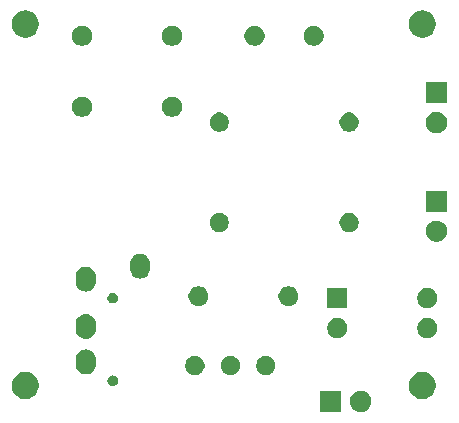
<source format=gbr>
%TF.GenerationSoftware,KiCad,Pcbnew,(5.1.5)-3*%
%TF.CreationDate,2021-04-08T15:18:11+01:00*%
%TF.ProjectId,Data Mode Radio Cable,44617461-204d-46f6-9465-20526164696f,rev?*%
%TF.SameCoordinates,PX2dc6c00PY4d3f640*%
%TF.FileFunction,Soldermask,Top*%
%TF.FilePolarity,Negative*%
%FSLAX46Y46*%
G04 Gerber Fmt 4.6, Leading zero omitted, Abs format (unit mm)*
G04 Created by KiCad (PCBNEW (5.1.5)-3) date 2021-04-08 15:18:11*
%MOMM*%
%LPD*%
G04 APERTURE LIST*
%ADD10C,0.150000*%
G04 APERTURE END LIST*
D10*
G36*
X31703512Y2746073D02*
G01*
X31852812Y2716376D01*
X32016784Y2648456D01*
X32164354Y2549853D01*
X32289853Y2424354D01*
X32388456Y2276784D01*
X32456376Y2112812D01*
X32491000Y1938741D01*
X32491000Y1761259D01*
X32456376Y1587188D01*
X32388456Y1423216D01*
X32289853Y1275646D01*
X32164354Y1150147D01*
X32016784Y1051544D01*
X31852812Y983624D01*
X31703512Y953927D01*
X31678742Y949000D01*
X31501258Y949000D01*
X31476488Y953927D01*
X31327188Y983624D01*
X31163216Y1051544D01*
X31015646Y1150147D01*
X30890147Y1275646D01*
X30791544Y1423216D01*
X30723624Y1587188D01*
X30689000Y1761259D01*
X30689000Y1938741D01*
X30723624Y2112812D01*
X30791544Y2276784D01*
X30890147Y2424354D01*
X31015646Y2549853D01*
X31163216Y2648456D01*
X31327188Y2716376D01*
X31476488Y2746073D01*
X31501258Y2751000D01*
X31678742Y2751000D01*
X31703512Y2746073D01*
G37*
G36*
X29951000Y949000D02*
G01*
X28149000Y949000D01*
X28149000Y2751000D01*
X29951000Y2751000D01*
X29951000Y949000D01*
G37*
G36*
X37024549Y4328884D02*
G01*
X37135734Y4306768D01*
X37345203Y4220003D01*
X37533720Y4094040D01*
X37694040Y3933720D01*
X37820003Y3745203D01*
X37820004Y3745201D01*
X37845416Y3683850D01*
X37906768Y3535734D01*
X37951000Y3313364D01*
X37951000Y3086636D01*
X37906768Y2864266D01*
X37820003Y2654797D01*
X37694040Y2466280D01*
X37533720Y2305960D01*
X37345203Y2179997D01*
X37135734Y2093232D01*
X37024549Y2071116D01*
X36913365Y2049000D01*
X36686635Y2049000D01*
X36575451Y2071116D01*
X36464266Y2093232D01*
X36254797Y2179997D01*
X36066280Y2305960D01*
X35905960Y2466280D01*
X35779997Y2654797D01*
X35693232Y2864266D01*
X35649000Y3086636D01*
X35649000Y3313364D01*
X35693232Y3535734D01*
X35754584Y3683850D01*
X35779996Y3745201D01*
X35779997Y3745203D01*
X35905960Y3933720D01*
X36066280Y4094040D01*
X36254797Y4220003D01*
X36464266Y4306768D01*
X36575451Y4328884D01*
X36686635Y4351000D01*
X36913365Y4351000D01*
X37024549Y4328884D01*
G37*
G36*
X3424549Y4328884D02*
G01*
X3535734Y4306768D01*
X3745203Y4220003D01*
X3933720Y4094040D01*
X4094040Y3933720D01*
X4220003Y3745203D01*
X4220004Y3745201D01*
X4245416Y3683850D01*
X4306768Y3535734D01*
X4351000Y3313364D01*
X4351000Y3086636D01*
X4306768Y2864266D01*
X4220003Y2654797D01*
X4094040Y2466280D01*
X3933720Y2305960D01*
X3745203Y2179997D01*
X3535734Y2093232D01*
X3424549Y2071116D01*
X3313365Y2049000D01*
X3086635Y2049000D01*
X2975451Y2071116D01*
X2864266Y2093232D01*
X2654797Y2179997D01*
X2466280Y2305960D01*
X2305960Y2466280D01*
X2179997Y2654797D01*
X2093232Y2864266D01*
X2049000Y3086636D01*
X2049000Y3313364D01*
X2093232Y3535734D01*
X2154584Y3683850D01*
X2179996Y3745201D01*
X2179997Y3745203D01*
X2305960Y3933720D01*
X2466280Y4094040D01*
X2654797Y4220003D01*
X2864266Y4306768D01*
X2975451Y4328884D01*
X3086635Y4351000D01*
X3313365Y4351000D01*
X3424549Y4328884D01*
G37*
G36*
X10731552Y4033669D02*
G01*
X10813627Y3999672D01*
X10813629Y3999671D01*
X10850813Y3974825D01*
X10887495Y3950315D01*
X10950315Y3887495D01*
X10999672Y3813627D01*
X11033669Y3731552D01*
X11051000Y3644421D01*
X11051000Y3555579D01*
X11033669Y3468448D01*
X10999672Y3386373D01*
X10950890Y3313365D01*
X10950314Y3312504D01*
X10887496Y3249686D01*
X10813629Y3200329D01*
X10813628Y3200328D01*
X10813627Y3200328D01*
X10731552Y3166331D01*
X10644421Y3149000D01*
X10555579Y3149000D01*
X10468448Y3166331D01*
X10386373Y3200328D01*
X10386372Y3200328D01*
X10386371Y3200329D01*
X10312504Y3249686D01*
X10249686Y3312504D01*
X10249111Y3313365D01*
X10200328Y3386373D01*
X10166331Y3468448D01*
X10149000Y3555579D01*
X10149000Y3644421D01*
X10166331Y3731552D01*
X10200328Y3813627D01*
X10249685Y3887495D01*
X10312505Y3950315D01*
X10349187Y3974825D01*
X10386371Y3999671D01*
X10386373Y3999672D01*
X10468448Y4033669D01*
X10555579Y4051000D01*
X10644421Y4051000D01*
X10731552Y4033669D01*
G37*
G36*
X23787142Y5659758D02*
G01*
X23935101Y5598471D01*
X24068255Y5509501D01*
X24181501Y5396255D01*
X24270471Y5263101D01*
X24331758Y5115142D01*
X24363000Y4958075D01*
X24363000Y4797925D01*
X24331758Y4640858D01*
X24270471Y4492899D01*
X24181501Y4359745D01*
X24068255Y4246499D01*
X23935101Y4157529D01*
X23787142Y4096242D01*
X23630075Y4065000D01*
X23469925Y4065000D01*
X23312858Y4096242D01*
X23164899Y4157529D01*
X23031745Y4246499D01*
X22918499Y4359745D01*
X22829529Y4492899D01*
X22768242Y4640858D01*
X22737000Y4797925D01*
X22737000Y4958075D01*
X22768242Y5115142D01*
X22829529Y5263101D01*
X22918499Y5396255D01*
X23031745Y5509501D01*
X23164899Y5598471D01*
X23312858Y5659758D01*
X23469925Y5691000D01*
X23630075Y5691000D01*
X23787142Y5659758D01*
G37*
G36*
X20787142Y5659758D02*
G01*
X20935101Y5598471D01*
X21068255Y5509501D01*
X21181501Y5396255D01*
X21270471Y5263101D01*
X21331758Y5115142D01*
X21363000Y4958075D01*
X21363000Y4797925D01*
X21331758Y4640858D01*
X21270471Y4492899D01*
X21181501Y4359745D01*
X21068255Y4246499D01*
X20935101Y4157529D01*
X20787142Y4096242D01*
X20630075Y4065000D01*
X20469925Y4065000D01*
X20312858Y4096242D01*
X20164899Y4157529D01*
X20031745Y4246499D01*
X19918499Y4359745D01*
X19829529Y4492899D01*
X19768242Y4640858D01*
X19737000Y4797925D01*
X19737000Y4958075D01*
X19768242Y5115142D01*
X19829529Y5263101D01*
X19918499Y5396255D01*
X20031745Y5509501D01*
X20164899Y5598471D01*
X20312858Y5659758D01*
X20469925Y5691000D01*
X20630075Y5691000D01*
X20787142Y5659758D01*
G37*
G36*
X17787142Y5659758D02*
G01*
X17935101Y5598471D01*
X18068255Y5509501D01*
X18181501Y5396255D01*
X18270471Y5263101D01*
X18331758Y5115142D01*
X18363000Y4958075D01*
X18363000Y4797925D01*
X18331758Y4640858D01*
X18270471Y4492899D01*
X18181501Y4359745D01*
X18068255Y4246499D01*
X17935101Y4157529D01*
X17787142Y4096242D01*
X17630075Y4065000D01*
X17469925Y4065000D01*
X17312858Y4096242D01*
X17164899Y4157529D01*
X17031745Y4246499D01*
X16918499Y4359745D01*
X16829529Y4492899D01*
X16768242Y4640858D01*
X16737000Y4797925D01*
X16737000Y4958075D01*
X16768242Y5115142D01*
X16829529Y5263101D01*
X16918499Y5396255D01*
X17031745Y5509501D01*
X17164899Y5598471D01*
X17312858Y5659758D01*
X17469925Y5691000D01*
X17630075Y5691000D01*
X17787142Y5659758D01*
G37*
G36*
X8466823Y6238687D02*
G01*
X8627242Y6190024D01*
X8759906Y6119114D01*
X8775078Y6111004D01*
X8904659Y6004659D01*
X9011004Y5875078D01*
X9011005Y5875076D01*
X9090024Y5727242D01*
X9138687Y5566822D01*
X9151000Y5441803D01*
X9151000Y4958196D01*
X9138687Y4833177D01*
X9090024Y4672758D01*
X9019114Y4540094D01*
X9011004Y4524922D01*
X8984724Y4492900D01*
X8904659Y4395341D01*
X8775077Y4288995D01*
X8627241Y4209976D01*
X8466822Y4161313D01*
X8300000Y4144883D01*
X8133177Y4161313D01*
X7972758Y4209976D01*
X7824924Y4288995D01*
X7824922Y4288996D01*
X7695341Y4395341D01*
X7615277Y4492899D01*
X7588995Y4524923D01*
X7509976Y4672759D01*
X7461313Y4833178D01*
X7449000Y4958197D01*
X7449000Y5441804D01*
X7461313Y5566823D01*
X7509976Y5727242D01*
X7588995Y5875076D01*
X7588996Y5875078D01*
X7695342Y6004659D01*
X7824923Y6111004D01*
X7840095Y6119114D01*
X7972759Y6190024D01*
X8133178Y6238687D01*
X8300000Y6255117D01*
X8466823Y6238687D01*
G37*
G36*
X8466823Y9238687D02*
G01*
X8627242Y9190024D01*
X8759906Y9119114D01*
X8775078Y9111004D01*
X8904659Y9004659D01*
X9011004Y8875078D01*
X9011005Y8875076D01*
X9090024Y8727242D01*
X9138687Y8566822D01*
X9151000Y8441803D01*
X9151000Y7958196D01*
X9138687Y7833177D01*
X9090024Y7672758D01*
X9019114Y7540094D01*
X9011004Y7524922D01*
X9004929Y7517520D01*
X8904659Y7395341D01*
X8775077Y7288995D01*
X8627241Y7209976D01*
X8466822Y7161313D01*
X8300000Y7144883D01*
X8133177Y7161313D01*
X7972758Y7209976D01*
X7824924Y7288995D01*
X7824922Y7288996D01*
X7695341Y7395341D01*
X7692350Y7398985D01*
X7588995Y7524923D01*
X7509976Y7672759D01*
X7461313Y7833178D01*
X7449000Y7958197D01*
X7449000Y8441804D01*
X7461313Y8566823D01*
X7509976Y8727242D01*
X7588995Y8875076D01*
X7588996Y8875078D01*
X7695342Y9004659D01*
X7824923Y9111004D01*
X7840095Y9119114D01*
X7972759Y9190024D01*
X8133178Y9238687D01*
X8300000Y9255117D01*
X8466823Y9238687D01*
G37*
G36*
X37468228Y8878297D02*
G01*
X37623100Y8814147D01*
X37762481Y8721015D01*
X37881015Y8602481D01*
X37974147Y8463100D01*
X38038297Y8308228D01*
X38071000Y8143816D01*
X38071000Y7976184D01*
X38038297Y7811772D01*
X37974147Y7656900D01*
X37881015Y7517519D01*
X37762481Y7398985D01*
X37623100Y7305853D01*
X37468228Y7241703D01*
X37303816Y7209000D01*
X37136184Y7209000D01*
X36971772Y7241703D01*
X36816900Y7305853D01*
X36677519Y7398985D01*
X36558985Y7517519D01*
X36465853Y7656900D01*
X36401703Y7811772D01*
X36369000Y7976184D01*
X36369000Y8143816D01*
X36401703Y8308228D01*
X36465853Y8463100D01*
X36558985Y8602481D01*
X36677519Y8721015D01*
X36816900Y8814147D01*
X36971772Y8878297D01*
X37136184Y8911000D01*
X37303816Y8911000D01*
X37468228Y8878297D01*
G37*
G36*
X29848228Y8878297D02*
G01*
X30003100Y8814147D01*
X30142481Y8721015D01*
X30261015Y8602481D01*
X30354147Y8463100D01*
X30418297Y8308228D01*
X30451000Y8143816D01*
X30451000Y7976184D01*
X30418297Y7811772D01*
X30354147Y7656900D01*
X30261015Y7517519D01*
X30142481Y7398985D01*
X30003100Y7305853D01*
X29848228Y7241703D01*
X29683816Y7209000D01*
X29516184Y7209000D01*
X29351772Y7241703D01*
X29196900Y7305853D01*
X29057519Y7398985D01*
X28938985Y7517519D01*
X28845853Y7656900D01*
X28781703Y7811772D01*
X28749000Y7976184D01*
X28749000Y8143816D01*
X28781703Y8308228D01*
X28845853Y8463100D01*
X28938985Y8602481D01*
X29057519Y8721015D01*
X29196900Y8814147D01*
X29351772Y8878297D01*
X29516184Y8911000D01*
X29683816Y8911000D01*
X29848228Y8878297D01*
G37*
G36*
X30451000Y9749000D02*
G01*
X28749000Y9749000D01*
X28749000Y11451000D01*
X30451000Y11451000D01*
X30451000Y9749000D01*
G37*
G36*
X37468228Y11418297D02*
G01*
X37623100Y11354147D01*
X37762481Y11261015D01*
X37881015Y11142481D01*
X37974147Y11003100D01*
X38038297Y10848228D01*
X38071000Y10683816D01*
X38071000Y10516184D01*
X38038297Y10351772D01*
X37974147Y10196900D01*
X37881015Y10057519D01*
X37762481Y9938985D01*
X37623100Y9845853D01*
X37468228Y9781703D01*
X37303816Y9749000D01*
X37136184Y9749000D01*
X36971772Y9781703D01*
X36816900Y9845853D01*
X36677519Y9938985D01*
X36558985Y10057519D01*
X36465853Y10196900D01*
X36401703Y10351772D01*
X36369000Y10516184D01*
X36369000Y10683816D01*
X36401703Y10848228D01*
X36465853Y11003100D01*
X36558985Y11142481D01*
X36677519Y11261015D01*
X36816900Y11354147D01*
X36971772Y11418297D01*
X37136184Y11451000D01*
X37303816Y11451000D01*
X37468228Y11418297D01*
G37*
G36*
X25718228Y11568297D02*
G01*
X25873100Y11504147D01*
X26012481Y11411015D01*
X26131015Y11292481D01*
X26224147Y11153100D01*
X26288297Y10998228D01*
X26321000Y10833816D01*
X26321000Y10666184D01*
X26288297Y10501772D01*
X26224147Y10346900D01*
X26131015Y10207519D01*
X26012481Y10088985D01*
X25873100Y9995853D01*
X25718228Y9931703D01*
X25553816Y9899000D01*
X25386184Y9899000D01*
X25221772Y9931703D01*
X25066900Y9995853D01*
X24927519Y10088985D01*
X24808985Y10207519D01*
X24715853Y10346900D01*
X24651703Y10501772D01*
X24619000Y10666184D01*
X24619000Y10833816D01*
X24651703Y10998228D01*
X24715853Y11153100D01*
X24808985Y11292481D01*
X24927519Y11411015D01*
X25066900Y11504147D01*
X25221772Y11568297D01*
X25386184Y11601000D01*
X25553816Y11601000D01*
X25718228Y11568297D01*
G37*
G36*
X18098228Y11568297D02*
G01*
X18253100Y11504147D01*
X18392481Y11411015D01*
X18511015Y11292481D01*
X18604147Y11153100D01*
X18668297Y10998228D01*
X18701000Y10833816D01*
X18701000Y10666184D01*
X18668297Y10501772D01*
X18604147Y10346900D01*
X18511015Y10207519D01*
X18392481Y10088985D01*
X18253100Y9995853D01*
X18098228Y9931703D01*
X17933816Y9899000D01*
X17766184Y9899000D01*
X17601772Y9931703D01*
X17446900Y9995853D01*
X17307519Y10088985D01*
X17188985Y10207519D01*
X17095853Y10346900D01*
X17031703Y10501772D01*
X16999000Y10666184D01*
X16999000Y10833816D01*
X17031703Y10998228D01*
X17095853Y11153100D01*
X17188985Y11292481D01*
X17307519Y11411015D01*
X17446900Y11504147D01*
X17601772Y11568297D01*
X17766184Y11601000D01*
X17933816Y11601000D01*
X18098228Y11568297D01*
G37*
G36*
X10731552Y11033669D02*
G01*
X10805351Y11003100D01*
X10813629Y10999671D01*
X10850813Y10974825D01*
X10887495Y10950315D01*
X10950315Y10887495D01*
X10999672Y10813627D01*
X11033669Y10731552D01*
X11051000Y10644421D01*
X11051000Y10555579D01*
X11033669Y10468448D01*
X10999672Y10386373D01*
X10999671Y10386371D01*
X10950314Y10312504D01*
X10887496Y10249686D01*
X10813629Y10200329D01*
X10813628Y10200328D01*
X10813627Y10200328D01*
X10731552Y10166331D01*
X10644421Y10149000D01*
X10555579Y10149000D01*
X10468448Y10166331D01*
X10386373Y10200328D01*
X10386372Y10200328D01*
X10386371Y10200329D01*
X10312504Y10249686D01*
X10249686Y10312504D01*
X10200329Y10386371D01*
X10200328Y10386373D01*
X10166331Y10468448D01*
X10149000Y10555579D01*
X10149000Y10644421D01*
X10166331Y10731552D01*
X10200328Y10813627D01*
X10249685Y10887495D01*
X10312505Y10950315D01*
X10349187Y10974825D01*
X10386371Y10999671D01*
X10394649Y11003100D01*
X10468448Y11033669D01*
X10555579Y11051000D01*
X10644421Y11051000D01*
X10731552Y11033669D01*
G37*
G36*
X8466823Y13238687D02*
G01*
X8627242Y13190024D01*
X8759906Y13119114D01*
X8775078Y13111004D01*
X8904659Y13004659D01*
X9011004Y12875078D01*
X9011005Y12875076D01*
X9090024Y12727242D01*
X9138687Y12566822D01*
X9151000Y12441803D01*
X9151000Y11958196D01*
X9138687Y11833177D01*
X9090024Y11672758D01*
X9034188Y11568297D01*
X9011004Y11524922D01*
X8923497Y11418295D01*
X8904659Y11395341D01*
X8775077Y11288995D01*
X8627241Y11209976D01*
X8466822Y11161313D01*
X8300000Y11144883D01*
X8133177Y11161313D01*
X7972758Y11209976D01*
X7824924Y11288995D01*
X7824922Y11288996D01*
X7695341Y11395341D01*
X7676503Y11418295D01*
X7588995Y11524923D01*
X7509976Y11672759D01*
X7461313Y11833178D01*
X7449000Y11958197D01*
X7449000Y12441804D01*
X7461313Y12566823D01*
X7509976Y12727242D01*
X7588995Y12875076D01*
X7588996Y12875078D01*
X7695342Y13004659D01*
X7824923Y13111004D01*
X7840095Y13119114D01*
X7972759Y13190024D01*
X8133178Y13238687D01*
X8300000Y13255117D01*
X8466823Y13238687D01*
G37*
G36*
X13066823Y14338687D02*
G01*
X13227242Y14290024D01*
X13359906Y14219114D01*
X13375078Y14211004D01*
X13504659Y14104659D01*
X13611004Y13975078D01*
X13611005Y13975076D01*
X13690024Y13827242D01*
X13738687Y13666822D01*
X13751000Y13541803D01*
X13751000Y13058196D01*
X13738687Y12933177D01*
X13690024Y12772758D01*
X13619114Y12640094D01*
X13611004Y12624922D01*
X13563323Y12566823D01*
X13504659Y12495341D01*
X13375077Y12388995D01*
X13227241Y12309976D01*
X13066822Y12261313D01*
X12900000Y12244883D01*
X12733177Y12261313D01*
X12572758Y12309976D01*
X12424924Y12388995D01*
X12424922Y12388996D01*
X12295341Y12495341D01*
X12236677Y12566823D01*
X12188995Y12624923D01*
X12109976Y12772759D01*
X12061313Y12933178D01*
X12049000Y13058197D01*
X12049000Y13541804D01*
X12061313Y13666823D01*
X12109976Y13827242D01*
X12188995Y13975076D01*
X12188996Y13975078D01*
X12295342Y14104659D01*
X12424923Y14211004D01*
X12440095Y14219114D01*
X12572759Y14290024D01*
X12733178Y14338687D01*
X12900000Y14355117D01*
X13066823Y14338687D01*
G37*
G36*
X38113512Y17156073D02*
G01*
X38262812Y17126376D01*
X38426784Y17058456D01*
X38574354Y16959853D01*
X38699853Y16834354D01*
X38798456Y16686784D01*
X38866376Y16522812D01*
X38901000Y16348741D01*
X38901000Y16171259D01*
X38866376Y15997188D01*
X38798456Y15833216D01*
X38699853Y15685646D01*
X38574354Y15560147D01*
X38426784Y15461544D01*
X38262812Y15393624D01*
X38113512Y15363927D01*
X38088742Y15359000D01*
X37911258Y15359000D01*
X37886488Y15363927D01*
X37737188Y15393624D01*
X37573216Y15461544D01*
X37425646Y15560147D01*
X37300147Y15685646D01*
X37201544Y15833216D01*
X37133624Y15997188D01*
X37099000Y16171259D01*
X37099000Y16348741D01*
X37133624Y16522812D01*
X37201544Y16686784D01*
X37300147Y16834354D01*
X37425646Y16959853D01*
X37573216Y17058456D01*
X37737188Y17126376D01*
X37886488Y17156073D01*
X37911258Y17161000D01*
X38088742Y17161000D01*
X38113512Y17156073D01*
G37*
G36*
X30837142Y17781758D02*
G01*
X30985101Y17720471D01*
X31118255Y17631501D01*
X31231501Y17518255D01*
X31320471Y17385101D01*
X31381758Y17237142D01*
X31413000Y17080075D01*
X31413000Y16919925D01*
X31381758Y16762858D01*
X31320471Y16614899D01*
X31231501Y16481745D01*
X31118255Y16368499D01*
X30985101Y16279529D01*
X30837142Y16218242D01*
X30680075Y16187000D01*
X30519925Y16187000D01*
X30362858Y16218242D01*
X30214899Y16279529D01*
X30081745Y16368499D01*
X29968499Y16481745D01*
X29879529Y16614899D01*
X29818242Y16762858D01*
X29787000Y16919925D01*
X29787000Y17080075D01*
X29818242Y17237142D01*
X29879529Y17385101D01*
X29968499Y17518255D01*
X30081745Y17631501D01*
X30214899Y17720471D01*
X30362858Y17781758D01*
X30519925Y17813000D01*
X30680075Y17813000D01*
X30837142Y17781758D01*
G37*
G36*
X19837142Y17781758D02*
G01*
X19985101Y17720471D01*
X20118255Y17631501D01*
X20231501Y17518255D01*
X20320471Y17385101D01*
X20381758Y17237142D01*
X20413000Y17080075D01*
X20413000Y16919925D01*
X20381758Y16762858D01*
X20320471Y16614899D01*
X20231501Y16481745D01*
X20118255Y16368499D01*
X19985101Y16279529D01*
X19837142Y16218242D01*
X19680075Y16187000D01*
X19519925Y16187000D01*
X19362858Y16218242D01*
X19214899Y16279529D01*
X19081745Y16368499D01*
X18968499Y16481745D01*
X18879529Y16614899D01*
X18818242Y16762858D01*
X18787000Y16919925D01*
X18787000Y17080075D01*
X18818242Y17237142D01*
X18879529Y17385101D01*
X18968499Y17518255D01*
X19081745Y17631501D01*
X19214899Y17720471D01*
X19362858Y17781758D01*
X19519925Y17813000D01*
X19680075Y17813000D01*
X19837142Y17781758D01*
G37*
G36*
X38901000Y17899000D02*
G01*
X37099000Y17899000D01*
X37099000Y19701000D01*
X38901000Y19701000D01*
X38901000Y17899000D01*
G37*
G36*
X38113512Y26356073D02*
G01*
X38262812Y26326376D01*
X38426784Y26258456D01*
X38574354Y26159853D01*
X38699853Y26034354D01*
X38798456Y25886784D01*
X38866376Y25722812D01*
X38901000Y25548741D01*
X38901000Y25371259D01*
X38866376Y25197188D01*
X38798456Y25033216D01*
X38699853Y24885646D01*
X38574354Y24760147D01*
X38426784Y24661544D01*
X38262812Y24593624D01*
X38113512Y24563927D01*
X38088742Y24559000D01*
X37911258Y24559000D01*
X37886488Y24563927D01*
X37737188Y24593624D01*
X37573216Y24661544D01*
X37425646Y24760147D01*
X37300147Y24885646D01*
X37201544Y25033216D01*
X37133624Y25197188D01*
X37099000Y25371259D01*
X37099000Y25548741D01*
X37133624Y25722812D01*
X37201544Y25886784D01*
X37300147Y26034354D01*
X37425646Y26159853D01*
X37573216Y26258456D01*
X37737188Y26326376D01*
X37886488Y26356073D01*
X37911258Y26361000D01*
X38088742Y26361000D01*
X38113512Y26356073D01*
G37*
G36*
X19837142Y26281758D02*
G01*
X19985101Y26220471D01*
X20118255Y26131501D01*
X20231501Y26018255D01*
X20320471Y25885101D01*
X20381758Y25737142D01*
X20413000Y25580075D01*
X20413000Y25419925D01*
X20381758Y25262858D01*
X20320471Y25114899D01*
X20231501Y24981745D01*
X20118255Y24868499D01*
X19985101Y24779529D01*
X19837142Y24718242D01*
X19680075Y24687000D01*
X19519925Y24687000D01*
X19362858Y24718242D01*
X19214899Y24779529D01*
X19081745Y24868499D01*
X18968499Y24981745D01*
X18879529Y25114899D01*
X18818242Y25262858D01*
X18787000Y25419925D01*
X18787000Y25580075D01*
X18818242Y25737142D01*
X18879529Y25885101D01*
X18968499Y26018255D01*
X19081745Y26131501D01*
X19214899Y26220471D01*
X19362858Y26281758D01*
X19519925Y26313000D01*
X19680075Y26313000D01*
X19837142Y26281758D01*
G37*
G36*
X30837142Y26281758D02*
G01*
X30985101Y26220471D01*
X31118255Y26131501D01*
X31231501Y26018255D01*
X31320471Y25885101D01*
X31381758Y25737142D01*
X31413000Y25580075D01*
X31413000Y25419925D01*
X31381758Y25262858D01*
X31320471Y25114899D01*
X31231501Y24981745D01*
X31118255Y24868499D01*
X30985101Y24779529D01*
X30837142Y24718242D01*
X30680075Y24687000D01*
X30519925Y24687000D01*
X30362858Y24718242D01*
X30214899Y24779529D01*
X30081745Y24868499D01*
X29968499Y24981745D01*
X29879529Y25114899D01*
X29818242Y25262858D01*
X29787000Y25419925D01*
X29787000Y25580075D01*
X29818242Y25737142D01*
X29879529Y25885101D01*
X29968499Y26018255D01*
X30081745Y26131501D01*
X30214899Y26220471D01*
X30362858Y26281758D01*
X30519925Y26313000D01*
X30680075Y26313000D01*
X30837142Y26281758D01*
G37*
G36*
X8248228Y27618297D02*
G01*
X8403100Y27554147D01*
X8542481Y27461015D01*
X8661015Y27342481D01*
X8754147Y27203100D01*
X8818297Y27048228D01*
X8851000Y26883816D01*
X8851000Y26716184D01*
X8818297Y26551772D01*
X8754147Y26396900D01*
X8661015Y26257519D01*
X8542481Y26138985D01*
X8403100Y26045853D01*
X8248228Y25981703D01*
X8083816Y25949000D01*
X7916184Y25949000D01*
X7751772Y25981703D01*
X7596900Y26045853D01*
X7457519Y26138985D01*
X7338985Y26257519D01*
X7245853Y26396900D01*
X7181703Y26551772D01*
X7149000Y26716184D01*
X7149000Y26883816D01*
X7181703Y27048228D01*
X7245853Y27203100D01*
X7338985Y27342481D01*
X7457519Y27461015D01*
X7596900Y27554147D01*
X7751772Y27618297D01*
X7916184Y27651000D01*
X8083816Y27651000D01*
X8248228Y27618297D01*
G37*
G36*
X15868228Y27618297D02*
G01*
X16023100Y27554147D01*
X16162481Y27461015D01*
X16281015Y27342481D01*
X16374147Y27203100D01*
X16438297Y27048228D01*
X16471000Y26883816D01*
X16471000Y26716184D01*
X16438297Y26551772D01*
X16374147Y26396900D01*
X16281015Y26257519D01*
X16162481Y26138985D01*
X16023100Y26045853D01*
X15868228Y25981703D01*
X15703816Y25949000D01*
X15536184Y25949000D01*
X15371772Y25981703D01*
X15216900Y26045853D01*
X15077519Y26138985D01*
X14958985Y26257519D01*
X14865853Y26396900D01*
X14801703Y26551772D01*
X14769000Y26716184D01*
X14769000Y26883816D01*
X14801703Y27048228D01*
X14865853Y27203100D01*
X14958985Y27342481D01*
X15077519Y27461015D01*
X15216900Y27554147D01*
X15371772Y27618297D01*
X15536184Y27651000D01*
X15703816Y27651000D01*
X15868228Y27618297D01*
G37*
G36*
X38901000Y27099000D02*
G01*
X37099000Y27099000D01*
X37099000Y28901000D01*
X38901000Y28901000D01*
X38901000Y27099000D01*
G37*
G36*
X8248228Y33618297D02*
G01*
X8403100Y33554147D01*
X8542481Y33461015D01*
X8661015Y33342481D01*
X8754147Y33203100D01*
X8818297Y33048228D01*
X8851000Y32883816D01*
X8851000Y32716184D01*
X8818297Y32551772D01*
X8754147Y32396900D01*
X8661015Y32257519D01*
X8542481Y32138985D01*
X8403100Y32045853D01*
X8248228Y31981703D01*
X8083816Y31949000D01*
X7916184Y31949000D01*
X7751772Y31981703D01*
X7596900Y32045853D01*
X7457519Y32138985D01*
X7338985Y32257519D01*
X7245853Y32396900D01*
X7181703Y32551772D01*
X7149000Y32716184D01*
X7149000Y32883816D01*
X7181703Y33048228D01*
X7245853Y33203100D01*
X7338985Y33342481D01*
X7457519Y33461015D01*
X7596900Y33554147D01*
X7751772Y33618297D01*
X7916184Y33651000D01*
X8083816Y33651000D01*
X8248228Y33618297D01*
G37*
G36*
X15868228Y33618297D02*
G01*
X16023100Y33554147D01*
X16162481Y33461015D01*
X16281015Y33342481D01*
X16374147Y33203100D01*
X16438297Y33048228D01*
X16471000Y32883816D01*
X16471000Y32716184D01*
X16438297Y32551772D01*
X16374147Y32396900D01*
X16281015Y32257519D01*
X16162481Y32138985D01*
X16023100Y32045853D01*
X15868228Y31981703D01*
X15703816Y31949000D01*
X15536184Y31949000D01*
X15371772Y31981703D01*
X15216900Y32045853D01*
X15077519Y32138985D01*
X14958985Y32257519D01*
X14865853Y32396900D01*
X14801703Y32551772D01*
X14769000Y32716184D01*
X14769000Y32883816D01*
X14801703Y33048228D01*
X14865853Y33203100D01*
X14958985Y33342481D01*
X15077519Y33461015D01*
X15216900Y33554147D01*
X15371772Y33618297D01*
X15536184Y33651000D01*
X15703816Y33651000D01*
X15868228Y33618297D01*
G37*
G36*
X27848228Y33618297D02*
G01*
X28003100Y33554147D01*
X28142481Y33461015D01*
X28261015Y33342481D01*
X28354147Y33203100D01*
X28418297Y33048228D01*
X28451000Y32883816D01*
X28451000Y32716184D01*
X28418297Y32551772D01*
X28354147Y32396900D01*
X28261015Y32257519D01*
X28142481Y32138985D01*
X28003100Y32045853D01*
X27848228Y31981703D01*
X27683816Y31949000D01*
X27516184Y31949000D01*
X27351772Y31981703D01*
X27196900Y32045853D01*
X27057519Y32138985D01*
X26938985Y32257519D01*
X26845853Y32396900D01*
X26781703Y32551772D01*
X26749000Y32716184D01*
X26749000Y32883816D01*
X26781703Y33048228D01*
X26845853Y33203100D01*
X26938985Y33342481D01*
X27057519Y33461015D01*
X27196900Y33554147D01*
X27351772Y33618297D01*
X27516184Y33651000D01*
X27683816Y33651000D01*
X27848228Y33618297D01*
G37*
G36*
X22848228Y33618297D02*
G01*
X23003100Y33554147D01*
X23142481Y33461015D01*
X23261015Y33342481D01*
X23354147Y33203100D01*
X23418297Y33048228D01*
X23451000Y32883816D01*
X23451000Y32716184D01*
X23418297Y32551772D01*
X23354147Y32396900D01*
X23261015Y32257519D01*
X23142481Y32138985D01*
X23003100Y32045853D01*
X22848228Y31981703D01*
X22683816Y31949000D01*
X22516184Y31949000D01*
X22351772Y31981703D01*
X22196900Y32045853D01*
X22057519Y32138985D01*
X21938985Y32257519D01*
X21845853Y32396900D01*
X21781703Y32551772D01*
X21749000Y32716184D01*
X21749000Y32883816D01*
X21781703Y33048228D01*
X21845853Y33203100D01*
X21938985Y33342481D01*
X22057519Y33461015D01*
X22196900Y33554147D01*
X22351772Y33618297D01*
X22516184Y33651000D01*
X22683816Y33651000D01*
X22848228Y33618297D01*
G37*
G36*
X37024549Y34928884D02*
G01*
X37135734Y34906768D01*
X37345203Y34820003D01*
X37533720Y34694040D01*
X37694040Y34533720D01*
X37820003Y34345203D01*
X37906768Y34135734D01*
X37951000Y33913364D01*
X37951000Y33686636D01*
X37906768Y33464266D01*
X37820003Y33254797D01*
X37694040Y33066280D01*
X37533720Y32905960D01*
X37345203Y32779997D01*
X37135734Y32693232D01*
X37024549Y32671116D01*
X36913365Y32649000D01*
X36686635Y32649000D01*
X36575451Y32671116D01*
X36464266Y32693232D01*
X36254797Y32779997D01*
X36066280Y32905960D01*
X35905960Y33066280D01*
X35779997Y33254797D01*
X35693232Y33464266D01*
X35649000Y33686636D01*
X35649000Y33913364D01*
X35693232Y34135734D01*
X35779997Y34345203D01*
X35905960Y34533720D01*
X36066280Y34694040D01*
X36254797Y34820003D01*
X36464266Y34906768D01*
X36575451Y34928884D01*
X36686635Y34951000D01*
X36913365Y34951000D01*
X37024549Y34928884D01*
G37*
G36*
X3424549Y34928884D02*
G01*
X3535734Y34906768D01*
X3745203Y34820003D01*
X3933720Y34694040D01*
X4094040Y34533720D01*
X4220003Y34345203D01*
X4306768Y34135734D01*
X4351000Y33913364D01*
X4351000Y33686636D01*
X4306768Y33464266D01*
X4220003Y33254797D01*
X4094040Y33066280D01*
X3933720Y32905960D01*
X3745203Y32779997D01*
X3535734Y32693232D01*
X3424549Y32671116D01*
X3313365Y32649000D01*
X3086635Y32649000D01*
X2975451Y32671116D01*
X2864266Y32693232D01*
X2654797Y32779997D01*
X2466280Y32905960D01*
X2305960Y33066280D01*
X2179997Y33254797D01*
X2093232Y33464266D01*
X2049000Y33686636D01*
X2049000Y33913364D01*
X2093232Y34135734D01*
X2179997Y34345203D01*
X2305960Y34533720D01*
X2466280Y34694040D01*
X2654797Y34820003D01*
X2864266Y34906768D01*
X2975451Y34928884D01*
X3086635Y34951000D01*
X3313365Y34951000D01*
X3424549Y34928884D01*
G37*
M02*

</source>
